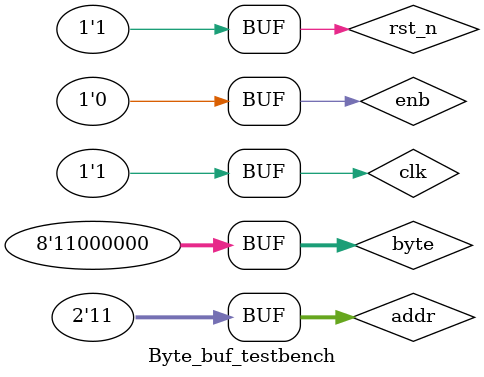
<source format=v>
`timescale 1ps/1ps
module Byte_buf_testbench();

    reg clk,rst_n;
    reg enb;
    reg[1:0] addr;
    reg[7:0] byte;
    wire[29:0] CCL_sq;

    Byte_buf Byte_buf(
        .clk(clk),
        .rst_n(rst_n),
        .enb(enb),
        .buf_addr(addr),
        .byte(byte),
        .CCL_sq(CCL_sq)
    );

    initial begin
        rst_n = 0;
        enb   = 0;
        addr  = 2'b00;
        byte  = 8'h0;
        #10;
        rst_n = 1;
        enb   = 1;
        addr  = 2'b00;
        byte  = 8'hda;
        #10;
        enb   = 1;
        addr  = 2'b01;
        byte  = 8'h8e;
        #10;
        enb   = 1;
        addr  = 2'b10;
        byte  = 8'h85;
        #10;
        enb   = 1;
        addr  = 2'b11;
        byte  = 8'hc0;
        #10;
        enb   = 0;
    end

    always begin
        clk = 0;
        #5;
        clk = 1;
        #5; 
    end
endmodule
</source>
